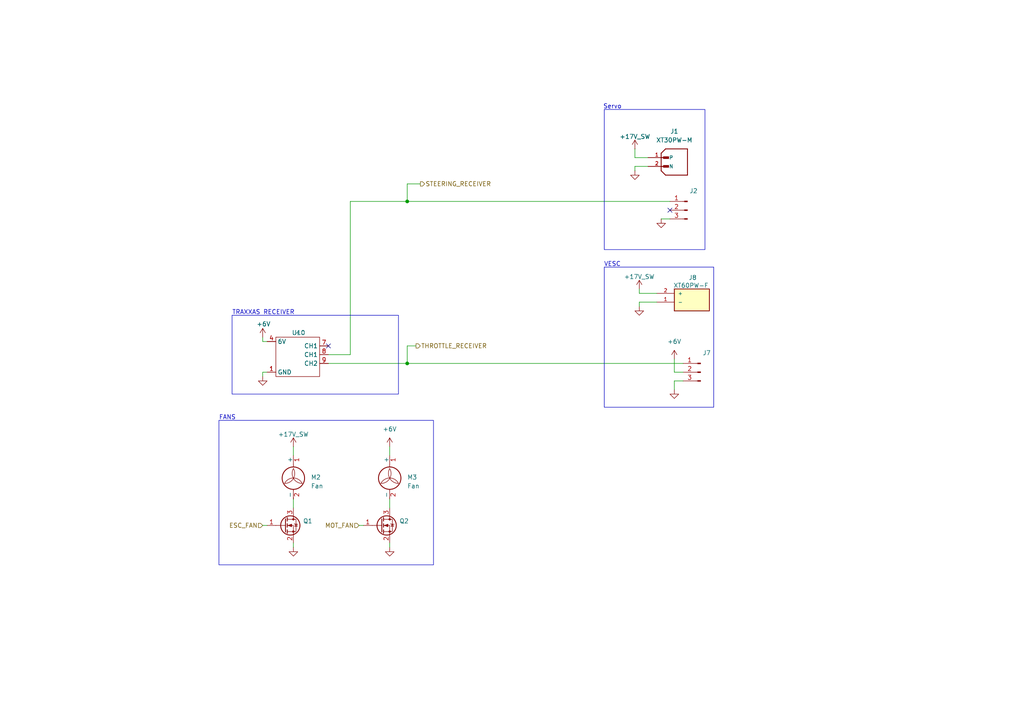
<source format=kicad_sch>
(kicad_sch (version 20231120) (generator "eeschema") (generator_version "8.0")
  (paper "A4")
  (lib_symbols
    (symbol "Connector:Conn_01x03_Pin" (pin_names (offset 1.016) hide)
      (property "Reference" "J" (at 0 5.08 0))
      (property "Value" "Conn_01x03_Pin" (at 0 -5.08 0))
      (symbol "Conn_01x03_Pin_1_1"
        (polyline (pts (xy 1.27 -2.54) (xy 0.8636 -2.54)) (stroke (width 0.1524)))
        (polyline (pts (xy 1.27 0) (xy 0.8636 0)) (stroke (width 0.1524)))
        (polyline (pts (xy 1.27 2.54) (xy 0.8636 2.54)) (stroke (width 0.1524)))
        (rectangle (start 0.8636 -2.413) (end 0 -2.667) (stroke (width 0.1524)) (fill (type outline)))
        (rectangle (start 0.8636 0.127) (end 0 -0.127) (stroke (width 0.1524)) (fill (type outline)))
        (rectangle (start 0.8636 2.667) (end 0 2.413) (stroke (width 0.1524)) (fill (type outline)))
        (pin passive line (at 5.08 2.54 180) (length 3.81) (name "Pin_1") (number "1"))
        (pin passive line (at 5.08 0 180) (length 3.81) (name "Pin_2") (number "2"))
        (pin passive line (at 5.08 -2.54 180) (length 3.81) (name "Pin_3") (number "3"))
      )
    )
    (symbol "Custom Symbols:XT30PW-M" (pin_names (offset 1.016))
      (property "Reference" "J" (at -7.62 3.302 0))
      (property "Value" "XT30PW-M" (at -7.62 -7.62 0))
      (symbol "XT30PW-M_0_0"
        (rectangle (start -2.2225 -2.2225) (end -0.635 -2.8575) (stroke (width 0.1)) (fill (type outline)))
        (rectangle (start -2.2225 -0.3175) (end -0.635 0.3175) (stroke (width 0.1)) (fill (type outline)))
        (polyline (pts (xy -7.62 -5.08) (xy -7.62 2.54)) (stroke (width 0.254)))
        (polyline (pts (xy -7.62 2.54) (xy -1.27 2.54)) (stroke (width 0.254)))
        (polyline (pts (xy -1.27 -5.08) (xy -7.62 -5.08)) (stroke (width 0.254)))
        (polyline (pts (xy 0 -3.81) (xy -1.27 -5.08)) (stroke (width 0.254)))
        (polyline (pts (xy 0 -2.54) (xy -1.905 -2.54)) (stroke (width 0.254)))
        (polyline (pts (xy 0 0) (xy -1.905 0)) (stroke (width 0.254)))
        (polyline (pts (xy 0 0) (xy 0 -3.81)) (stroke (width 0.254)))
        (polyline (pts (xy 0 1.27) (xy -1.27 2.54)) (stroke (width 0.254)))
        (polyline (pts (xy 0 1.27) (xy 0 0)) (stroke (width 0.254)))
      )
      (symbol "XT30PW-M_1_0"
        (pin power_in line (at 3.81 0 180) (length 5.08) (name "P") (number "1"))
        (pin power_in line (at 3.81 -2.54 180) (length 5.08) (name "N") (number "2"))
      )
    )
    (symbol "CustomSymbols:Traxxas_Link"
      (property "Reference" "U" (at 11.938 1.016 0))
      (symbol "Traxxas_Link_0_0"
        (pin unspecified line (at 8.89 -10.16 0) (length 2.54) (name "GND") (number "1"))
        (pin unspecified line (at 8.89 -1.27 0) (length 2.54) (name "6V") (number "4"))
        (pin unspecified line (at 26.67 -2.54 180) (length 2.54) (name "CH1") (number "7"))
        (pin unspecified line (at 26.67 -5.08 180) (length 2.54) (name "CH1") (number "8"))
        (pin unspecified line (at 26.67 -7.62 180) (length 2.54) (name "CH2") (number "9"))
      )
      (symbol "Traxxas_Link_0_1"
        (rectangle (start 11.43 0) (end 24.13 -11.43))
      )
      (symbol "Traxxas_Link_1_0"
        (pin unspecified line (at 8.89 -10.16 0) (length 2.54) hide (name "GND") (number "2"))
        (pin unspecified line (at 8.89 -10.16 0) (length 2.54) hide (name "GND") (number "3"))
        (pin unspecified line (at 8.89 -1.27 0) (length 2.54) hide (name "6V") (number "5"))
        (pin unspecified line (at 8.89 -1.27 0) (length 2.54) hide (name "6V") (number "6"))
      )
    )
    (symbol "Device:Q_NMOS_GSD" (pin_names (offset 0) hide)
      (property "Reference" "Q" (at 5.08 1.27 0))
      (property "Value" "Q_NMOS_GSD" (at 5.08 -1.27 0))
      (symbol "Q_NMOS_GSD_0_1"
        (polyline (pts (xy 0.254 0) (xy -2.54 0)))
        (polyline (pts (xy 0.254 1.905) (xy 0.254 -1.905)) (stroke (width 0.254)))
        (polyline (pts (xy 0.762 -1.27) (xy 0.762 -2.286)) (stroke (width 0.254)))
        (polyline (pts (xy 0.762 0.508) (xy 0.762 -0.508)) (stroke (width 0.254)))
        (polyline (pts (xy 0.762 2.286) (xy 0.762 1.27)) (stroke (width 0.254)))
        (polyline (pts (xy 2.54 2.54) (xy 2.54 1.778)))
        (polyline (pts (xy 2.54 -2.54) (xy 2.54 0) (xy 0.762 0)))
        (polyline (pts (xy 0.762 -1.778) (xy 3.302 -1.778) (xy 3.302 1.778) (xy 0.762 1.778)))
        (polyline (pts (xy 1.016 0) (xy 2.032 0.381) (xy 2.032 -0.381) (xy 1.016 0)) (fill (type outline)))
        (polyline (pts (xy 2.794 0.508) (xy 2.921 0.381) (xy 3.683 0.381) (xy 3.81 0.254)))
        (polyline (pts (xy 3.302 0.381) (xy 2.921 -0.254) (xy 3.683 -0.254) (xy 3.302 0.381)))
        (circle (center 1.651 0) (radius 2.794) (stroke (width 0.254)))
        (circle (center 2.54 -1.778) (radius 0.254) (fill (type outline)))
        (circle (center 2.54 1.778) (radius 0.254) (fill (type outline)))
      )
      (symbol "Q_NMOS_GSD_1_1"
        (pin input line (at -5.08 0 0) (length 2.54) (name "G") (number "1"))
        (pin passive line (at 2.54 -5.08 90) (length 2.54) (name "S") (number "2"))
        (pin passive line (at 2.54 5.08 270) (length 2.54) (name "D") (number "3"))
      )
    )
    (symbol "GND_2" (power) (pin_numbers hide) (pin_names (offset 0) hide)
      (symbol "GND_2_0_1"
        (polyline (pts (xy 0 0) (xy 0 -1.27) (xy 1.27 -1.27) (xy 0 -2.54) (xy -1.27 -1.27) (xy 0 -1.27)))
      )
      (symbol "GND_2_1_1"
        (pin power_in line (at 0 0 270) (length 0) (name "~") (number "1"))
      )
    )
    (symbol "Motor:Fan" (pin_names (offset 0))
      (property "Reference" "M" (at 2.54 5.08 0))
      (property "Value" "Fan" (at 2.54 -2.54 0))
      (symbol "Fan_0_1"
        (arc (start -2.54 -0.508) (mid 0.0028 0.9121) (end 0 3.81))
        (polyline (pts (xy 0 -5.08) (xy 0 -4.572)))
        (polyline (pts (xy 0 -2.2352) (xy 0 -2.6416)))
        (polyline (pts (xy 0 4.2672) (xy 0 4.6228)))
        (polyline (pts (xy 0 4.572) (xy 0 5.08)))
        (circle (center 0 1.016) (radius 3.2512) (stroke (width 0.254)))
        (arc (start 0 3.81) (mid 0.053 0.921) (end 2.54 -0.508))
        (arc (start 2.54 -0.508) (mid 0 1.0618) (end -2.54 -0.508))
      )
      (symbol "Fan_1_1"
        (pin passive line (at 0 7.62 270) (length 2.54) (name "+") (number "1"))
        (pin passive line (at 0 -5.08 90) (length 2.54) (name "-") (number "2"))
      )
    )
    (symbol "XT60PW-F:XT60PW-F" (pin_names (offset 1.016))
      (property "Reference" "J" (at -0.762 7.874 0))
      (property "Value" "XT60PW-F" (at -4.826 7.112 0))
      (symbol "XT60PW-F_0_0"
        (rectangle (start -5.08 5.08) (end 5.08 -1.27) (stroke (width 0.254)) (fill (type background)))
      )
      (symbol "XT60PW-F_1_0"
        (pin passive line (at -10.16 1.27 0) (length 5.08) (name "-") (number "1"))
        (pin passive line (at -10.16 3.81 0) (length 5.08) (name "+") (number "2"))
      )
    )
    (symbol "power:+15V" (power) (pin_numbers hide) (pin_names (offset 0) hide)
      (property "Value" "+15V" (at 0 3.556 0))
      (symbol "+15V_0_1"
        (polyline (pts (xy -0.762 1.27) (xy 0 2.54)))
        (polyline (pts (xy 0 0) (xy 0 2.54)))
        (polyline (pts (xy 0 2.54) (xy 0.762 1.27)))
      )
      (symbol "+15V_1_1"
        (pin power_in line (at 0 0 90) (length 0) (name "~") (number "1"))
      )
    )
    (symbol "power:+6V" (power) (pin_numbers hide) (pin_names (offset 0) hide)
      (property "Value" "+6V" (at 0 3.556 0))
      (symbol "+6V_0_1"
        (polyline (pts (xy -0.762 1.27) (xy 0 2.54)))
        (polyline (pts (xy 0 0) (xy 0 2.54)))
        (polyline (pts (xy 0 2.54) (xy 0.762 1.27)))
      )
      (symbol "+6V_1_1"
        (pin power_in line (at 0 0 90) (length 0) (name "~") (number "1"))
      )
    )
    (symbol "power:GND" (power) (pin_numbers hide) (pin_names (offset 0) hide)
      (symbol "GND_0_1"
        (polyline (pts (xy 0 0) (xy 0 -1.27) (xy 1.27 -1.27) (xy 0 -2.54) (xy -1.27 -1.27) (xy 0 -1.27)))
      )
      (symbol "GND_1_1"
        (pin power_in line (at 0 0 270) (length 0) (name "~") (number "1"))
      )
    )
  )
  (junction (at 118.11 58.42))
  (junction (at 118.11 105.41))
  (no_connect (at 194.31 60.96))
  (no_connect (at 95.25 100.33))
  (wire (pts (xy 118.11 100.33) (xy 118.11 105.41)))
  (wire (pts (xy 104.14 152.4) (xy 105.41 152.4)))
  (wire (pts (xy 85.09 129.54) (xy 85.09 132.08)))
  (wire (pts (xy 198.12 107.95) (xy 195.58 107.95)))
  (wire (pts (xy 101.6 58.42) (xy 101.6 102.87)))
  (wire (pts (xy 198.12 110.49) (xy 195.58 110.49)))
  (wire (pts (xy 76.2 97.79) (xy 76.2 99.06)))
  (wire (pts (xy 76.2 109.22) (xy 76.2 107.95)))
  (wire (pts (xy 190.5 87.63) (xy 185.42 87.63)))
  (wire (pts (xy 185.42 87.63) (xy 185.42 88.9)))
  (wire (pts (xy 95.25 105.41) (xy 118.11 105.41)))
  (wire (pts (xy 76.2 99.06) (xy 77.47 99.06)))
  (wire (pts (xy 113.03 157.48) (xy 113.03 158.75)))
  (wire (pts (xy 184.15 45.72) (xy 187.96 45.72)))
  (wire (pts (xy 95.25 102.87) (xy 101.6 102.87)))
  (wire (pts (xy 76.2 152.4) (xy 77.47 152.4)))
  (wire (pts (xy 185.42 85.09) (xy 185.42 83.82)))
  (wire (pts (xy 118.11 100.33) (xy 120.65 100.33)))
  (wire (pts (xy 113.03 129.54) (xy 113.03 132.08)))
  (wire (pts (xy 195.58 107.95) (xy 195.58 104.14)))
  (wire (pts (xy 195.58 110.49) (xy 195.58 113.03)))
  (wire (pts (xy 118.11 105.41) (xy 198.12 105.41)))
  (wire (pts (xy 118.11 53.34) (xy 121.92 53.34)))
  (wire (pts (xy 101.6 58.42) (xy 118.11 58.42)))
  (wire (pts (xy 184.15 43.18) (xy 184.15 45.72)))
  (wire (pts (xy 113.03 147.32) (xy 113.03 144.78)))
  (wire (pts (xy 85.09 144.78) (xy 85.09 147.32)))
  (wire (pts (xy 184.15 48.26) (xy 184.15 49.53)))
  (wire (pts (xy 118.11 58.42) (xy 194.31 58.42)))
  (wire (pts (xy 194.31 63.5) (xy 191.77 63.5)))
  (wire (pts (xy 187.96 48.26) (xy 184.15 48.26)))
  (wire (pts (xy 118.11 53.34) (xy 118.11 58.42)))
  (wire (pts (xy 76.2 107.95) (xy 77.47 107.95)))
  (wire (pts (xy 190.5 85.09) (xy 185.42 85.09)))
  (wire (pts (xy 85.09 157.48) (xy 85.09 158.75)))
  (rectangle (start 175.26 72.39) (end 204.47 31.75))
  (rectangle (start 175.26 118.11) (end 207.01 77.47))
  (rectangle (start 67.31 91.44) (end 115.57 114.3))
  (rectangle (start 63.5 121.92) (end 125.73 163.83))
  (text "Servo" (at 180.34 31.75 0) (effects (font (size 1.27 1.27)) (justify right bottom)))
  (text "TRAXXAS RECEIVER" (at 67.31 91.44 0) (effects (font (size 1.27 1.27)) (justify left bottom)))
  (text "VESC" (at 180.086 77.47 0) (effects (font (size 1.27 1.27)) (justify right bottom)))
  (text "FANS" (at 63.5 121.92 0) (effects (font (size 1.27 1.27)) (justify left bottom)))
  (hierarchical_label "MOT_FAN" (shape input) (at 104.14 152.4 180))
  (hierarchical_label "STEERING_RECEIVER" (shape output) (at 121.92 53.34 0))
  (hierarchical_label "THROTTLE_RECEIVER" (shape output) (at 120.65 100.33 0))
  (hierarchical_label "ESC_FAN" (shape input) (at 76.2 152.4 180))
  (symbol (lib_id "Device:Q_NMOS_GSD") (at 110.49 152.4 0) (unit 1)
    (property "Reference" "Q2" (at 115.824 151.13 0) (effects (justify left)))
    (property "Value" "Q_NMOS_GSD" (effects (hide yes)))
    (property "Footprint" "Package_TO_SOT_SMD:SOT-23" (effects (hide yes)))
    (property "Description" "N-MOSFET transistor, gate/source/drain" (effects (hide yes)))
    (property "MANUFACTURER" "PMV15UNEAR" (effects (hide yes)))
  )
  (symbol (lib_id "Motor:Fan") (at 113.03 139.7 0) (unit 1)
    (property "Reference" "M3" (at 118.11 138.4299 0) (effects (justify left)))
    (property "Value" "Fan" (at 118.11 140.9699 0) (effects (justify left)))
    (property "Footprint" "Connector_PinHeader_2.54mm:PinHeader_2x01_P2.54mm_Vertical" (effects (hide yes)))
    (property "Description" "Fan" (effects (hide yes)))
  )
  (symbol (lib_id "Connector:Conn_01x03_Pin") (at 199.39 60.96 0) (mirror y) (unit 1)
    (property "Reference" "J2" (at 201.168 55.372 0))
    (property "Value" "Conn_01x03_Pin" (effects (hide yes)))
    (property "Footprint" "Connector_PinHeader_2.54mm:PinHeader_1x03_P2.54mm_Vertical" (effects (hide yes)))
    (property "Description" "Generic connector, single row, 01x03, script generated" (effects (hide yes)))
  )
  (symbol (lib_id "CustomSymbols:Traxxas_Link") (at 68.58 97.79 0) (unit 1)
    (property "Reference" "U10" (at 86.614 96.52 0))
    (property "Value" "~" (at 86.36 96.52 0))
    (property "Footprint" "CustomFootprints:TraxxasLink" (effects (hide yes)))
  )
  (symbol (lib_id "power:+6V") (at 113.03 129.54 0) (unit 1)
    (property "Reference" "#PWR037" (effects (hide yes)))
    (property "Value" "+6V" (at 113.03 124.46 0))
    (property "Description" "Power symbol creates a global label with name \"+6V\"" (effects (hide yes)))
  )
  (symbol (lib_id "Device:Q_NMOS_GSD") (at 82.55 152.4 0) (unit 1)
    (property "Reference" "Q1" (at 87.884 151.13 0) (effects (justify left)))
    (property "Value" "Q_NMOS_GSD" (effects (hide yes)))
    (property "Footprint" "Package_TO_SOT_SMD:SOT-23" (effects (hide yes)))
    (property "Description" "N-MOSFET transistor, gate/source/drain" (effects (hide yes)))
    (property "MANUFACTURER" "PMV15UNEAR" (effects (hide yes)))
  )
  (symbol (lib_id "power:+15V") (at 85.09 129.54 0) (unit 1)
    (property "Reference" "#PWR036" (effects (hide yes)))
    (property "Value" "+17V_SW" (at 85.09 125.984 0))
    (property "Description" "Power symbol creates a global label with name \"+15V\"" (effects (hide yes)))
  )
  (symbol (lib_name "GND_2") (lib_id "power:GND") (at 184.15 49.53 0) (unit 1)
    (property "Reference" "#PWR026" (effects (hide yes)))
    (property "Value" "GND" (effects (hide yes)))
    (property "Description" "Power symbol creates a global label with name \"GND\" , ground" (effects (hide yes)))
  )
  (symbol (lib_id "power:+15V") (at 184.15 43.18 0) (unit 1)
    (property "Reference" "#PWR035" (effects (hide yes)))
    (property "Value" "+17V_SW" (at 184.15 39.624 0))
    (property "Description" "Power symbol creates a global label with name \"+15V\"" (effects (hide yes)))
  )
  (symbol (lib_id "power:+6V") (at 76.2 97.79 0) (unit 1)
    (property "Reference" "#PWR040" (effects (hide yes)))
    (property "Value" "+6V" (at 76.454 93.98 0))
    (property "Description" "Power symbol creates a global label with name \"+6V\"" (effects (hide yes)))
  )
  (symbol (lib_name "GND_2") (lib_id "power:GND") (at 76.2 109.22 0) (unit 1)
    (property "Reference" "#PWR020" (effects (hide yes)))
    (property "Value" "GND" (effects (hide yes)))
    (property "Description" "Power symbol creates a global label with name \"GND\" , ground" (effects (hide yes)))
  )
  (symbol (lib_id "power:GND") (at 113.03 158.75 0) (unit 1)
    (property "Reference" "#PWR039" (effects (hide yes)))
    (property "Value" "GND" (effects (hide yes)))
    (property "Description" "Power symbol creates a global label with name \"GND\" , ground" (effects (hide yes)))
  )
  (symbol (lib_id "Custom Symbols:XT30PW-M") (at 191.77 45.72 0) (mirror y) (unit 1)
    (property "Reference" "J1" (at 195.58 38.1 0))
    (property "Value" "XT30PW-M" (at 195.58 40.64 0))
    (property "Footprint" "MyFootprints:AMASS_XT30PW-M" (effects (hide yes)))
    (property "Description" "\nSocket; DC supply; XT30; male; PIN: 2; on PCBs; THT; Colour: yellow\n" (effects (hide yes)))
    (property "MAXIMUM_PACKAGE_HEIGHT" "5 mm" (effects (hide yes)))
    (property "Package" "None" (effects (hide yes)))
    (property "Price" "None" (effects (hide yes)))
    (property "Check_prices" "https://www.snapeda.com/parts/XT30PW-M/AMASS/view-part/?ref=eda" (effects (hide yes)))
    (property "STANDARD" "Manufacturer Recommendations" (effects (hide yes)))
    (property "PARTREV" "1.2" (effects (hide yes)))
    (property "SnapEDA_Link" "https://www.snapeda.com/parts/XT30PW-M/AMASS/view-part/?ref=snap" (effects (hide yes)))
    (property "MP" "XT30PW-M" (effects (hide yes)))
    (property "Availability" "Not in stock" (effects (hide yes)))
    (property "SNAPEDA_PN" "XT30PW-M" (effects (hide yes)))
  )
  (symbol (lib_id "Connector:Conn_01x03_Pin") (at 203.2 107.95 0) (mirror y) (unit 1)
    (property "Reference" "J7" (at 204.978 102.362 0))
    (property "Value" "Conn_01x03_Pin" (effects (hide yes)))
    (property "Footprint" "Connector_PinHeader_2.54mm:PinHeader_1x03_P2.54mm_Vertical" (effects (hide yes)))
    (property "Description" "Generic connector, single row, 01x03, script generated" (effects (hide yes)))
  )
  (symbol (lib_id "power:GND") (at 85.09 158.75 0) (unit 1)
    (property "Reference" "#PWR038" (effects (hide yes)))
    (property "Value" "GND" (effects (hide yes)))
    (property "Description" "Power symbol creates a global label with name \"GND\" , ground" (effects (hide yes)))
  )
  (symbol (lib_id "power:+6V") (at 195.58 104.14 0) (mirror y) (unit 1)
    (property "Reference" "#PWR01" (effects (hide yes)))
    (property "Value" "+6V" (at 195.58 99.06 0))
    (property "Description" "Power symbol creates a global label with name \"+6V\"" (effects (hide yes)))
  )
  (symbol (lib_id "Motor:Fan") (at 85.09 139.7 0) (unit 1)
    (property "Reference" "M2" (at 90.17 138.4299 0) (effects (justify left)))
    (property "Value" "Fan" (at 90.17 140.9699 0) (effects (justify left)))
    (property "Footprint" "Connector_PinHeader_2.54mm:PinHeader_2x01_P2.54mm_Vertical" (effects (hide yes)))
    (property "Description" "Fan" (effects (hide yes)))
  )
  (symbol (lib_id "power:+15V") (at 185.42 83.82 0) (unit 1)
    (property "Reference" "#PWR034" (effects (hide yes)))
    (property "Value" "+17V_SW" (at 185.42 80.264 0))
    (property "Description" "Power symbol creates a global label with name \"+15V\"" (effects (hide yes)))
  )
  (symbol (lib_id "XT60PW-F:XT60PW-F") (at 200.66 88.9 0) (unit 1)
    (property "Reference" "J8" (at 200.914 80.518 0))
    (property "Value" "XT60PW-F" (at 200.406 82.804 0))
    (property "Footprint" "Connector_AMASS:AMASS_XT60PW-F_1x02_P7.20mm_Horizontal" (effects (hide yes)))
    (property "MF" "AMASS" (effects (hide yes)))
    (property "MAXIMUM_PACKAGE_HEIGHT" "8.4 mm" (effects (hide yes)))
    (property "Package" "Package" (effects (hide yes)))
    (property "Price" "None" (effects (hide yes)))
    (property "Check_prices" "https://www.snapeda.com/parts/XT60PW-F/AMASS/view-part/?ref=eda" (effects (hide yes)))
    (property "STANDARD" "Manufacturer Recommendations" (effects (hide yes)))
    (property "PARTREV" "V1.2" (effects (hide yes)))
    (property "SnapEDA_Link" "https://www.snapeda.com/parts/XT60PW-F/AMASS/view-part/?ref=snap" (effects (hide yes)))
    (property "MP" "XT60PW-F" (effects (hide yes)))
    (property "Description_1" "\n" (effects (hide yes)))
    (property "Availability" "Not in stock" (effects (hide yes)))
  )
  (symbol (lib_name "GND_2") (lib_id "power:GND") (at 195.58 113.03 0) (unit 1)
    (property "Reference" "#PWR024" (effects (hide yes)))
    (property "Value" "GND" (effects (hide yes)))
    (property "Description" "Power symbol creates a global label with name \"GND\" , ground" (effects (hide yes)))
  )
  (symbol (lib_name "GND_2") (lib_id "power:GND") (at 185.42 88.9 0) (unit 1)
    (property "Reference" "#PWR025" (effects (hide yes)))
    (property "Value" "GND" (effects (hide yes)))
    (property "Description" "Power symbol creates a global label with name \"GND\" , ground" (effects (hide yes)))
  )
  (symbol (lib_name "GND_2") (lib_id "power:GND") (at 191.77 63.5 0) (unit 1)
    (property "Reference" "#PWR041" (effects (hide yes)))
    (property "Value" "GND" (effects (hide yes)))
    (property "Description" "Power symbol creates a global label with name \"GND\" , ground" (effects (hide yes)))
  )
)
</source>
